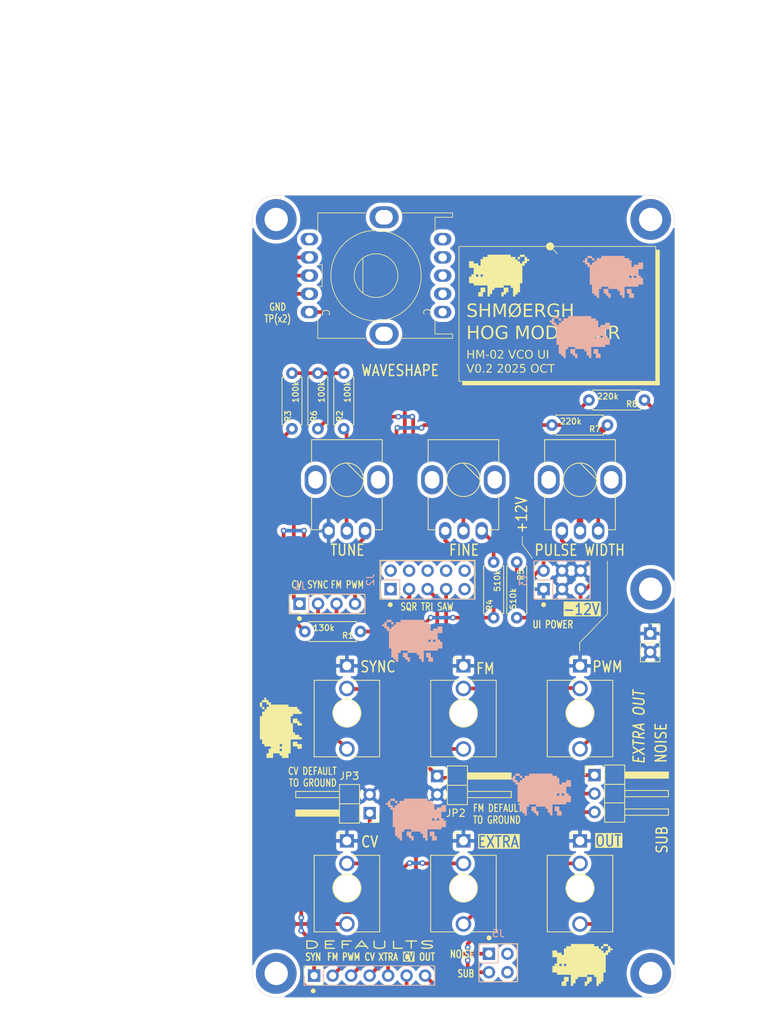
<source format=kicad_pcb>
(kicad_pcb (version 20241229) (generator "pcbnew") (generator_version "9.0")
  (layers (0 "F.Cu" signal) (2 "B.Cu" signal) (13 "F.Paste" user) (15 "B.Paste" user) (5 "F.SilkS" user "F.Silkscreen") (7 "B.SilkS" user "B.Silkscreen") (1 "F.Mask" user) (3 "B.Mask" user) (25 "Edge.Cuts" user))
  (net 0 "")
  (net 1 "HARD_SYNC")
  (net 2 "FM")
  (net 3 "CV")
  (net 4 "SQR_SHAPE")
  (net 7 "TRI")
  (net 9 "SAW")
  (net 11 "SQR")
  (net 12 "+12V")
  (net 13 "GND")
  (net 14 "-12V")
  (net 15 "NOISE")
  (net 16 "SUB")
  (net 17 "Net-(JP1-C)")
  (net 18 "CV_INPUT")
  (net 19 "EXTRA_DEFAULT")
  (net 20 "OUT_DEFAULT")
  (net 21 "Net-(J_OUT1-PadT)")
  (net 22 "Net-(J_PWM1-PadT)")
  (net 23 "Net-(R1-Pad2)")
  (net 24 "Net-(R2-Pad1)")
  (net 25 "Net-(R4-Pad2)")
  (net 26 "Net-(R5-Pad1)")
  (net 27 "Net-(R6-Pad1)")
  (net 28 "Net-(R7-Pad1)")
  (net 35 "FM_DEFAULT")
  (net 36 "SYNC_DEFAULT")
  (net 37 "PWM_DEFAULT")
  (net 38 "CV_DEFAULT")
  (footprint "Shmoergh_Custom_Footprints:SR1712-0203" (layer "F.Cu") (at 141 55 -90)
    (property "Reference" "U1")
    (property "Value" "0203")
    (fp_text user "C" (at 4.5 7.5 270) (layer "F.SilkS") (effects (font (thickness 0.1)) (justify left bottom)))
    (fp_text user "C" (at 4.4 -6.4 270) (layer "F.SilkS") (effects (font (thickness 0.1)) (justify left bottom)))
    (pad "" thru_hole oval (at -8 -1.1 90) (size 3 4) (drill oval 2 2.4) (layers "*.Cu" "*.Mask"))
    (pad "" thru_hole oval (at 8 -1.1 90) (size 3 4) (drill oval 2 2.4) (layers "*.Cu" "*.Mask"))
    (pad "1" thru_hole oval (at 5 9.15 90) (size 1.7 2.4) (drill 1.15) (layers "*.Cu" "*.Mask") (net 21 "Net-(J_OUT1-PadT)"))
    (pad "2" thru_hole oval (at 2.5 9.15 90) (size 1.7 2.4) (drill 1.15) (layers "*.Cu" "*.Mask") (net 7 "TRI"))
    (pad "3" thru_hole oval (at 0 9.15 90) (size 1.7 2.4) (drill 1.15) (layers "*.Cu" "*.Mask") (net 9 "SAW"))
    (pad "4" thru_hole oval (at -2.5 9.15 90) (size 1.7 2.4) (drill 1.15) (layers "*.Cu" "*.Mask") (net 11 "SQR"))
    (pad "5" thru_hole oval (at -5 9.15 90) (size 1.7 2.4) (drill 1.15) (layers "*.Cu" "*.Mask"))
    (pad "6" thru_hole oval (at -5 -9.15 90) (size 1.7 2.4) (drill 1.15) (layers "*.Cu" "*.Mask"))
    (pad "7" thru_hole oval (at -2.5 -9.15 90) (size 1.7 2.4) (drill 1.15) (layers "*.Cu" "*.Mask"))
    (pad "8" thru_hole oval (at 0 -9.15 90) (size 1.7 2.4) (drill 1.15) (layers "*.Cu" "*.Mask"))
    (pad "9" thru_hole oval (at 2.5 -9.15 90) (size 1.7 2.4) (drill 1.15) (layers "*.Cu" "*.Mask"))
    (pad "10" thru_hole oval (at 5 -9.15 90) (size 1.7 2.4) (drill 1.15) (layers "*.Cu" "*.Mask"))
  )
  (footprint "Connector_PinHeader_2.54mm:PinHeader_1x02_P2.54mm_Horizontal" (layer "F.Cu") (at 140.129 128.709 180)
    (property "Reference" "JP3" (at 2.794 5.08 0) (layer "F.SilkS"))
    (property "Value" "Jumper_2_Open")
    (pad "1" thru_hole rect (at 0 0 180) (size 1.7 1.7) (drill 1) (layers "*.Cu" "*.Mask") (net 38 "CV_DEFAULT"))
    (pad "2" thru_hole circle (at 0 2.54 180) (size 1.7 1.7) (drill 1) (layers "*.Cu" "*.Mask") (net 13 "GND"))
  )
  (footprint "Shmoergh_Custom_Footprints:Jack_3.5mm_QingPu_WQP-PJ398SM_Vertical_CircularHoles" (layer "F.Cu") (at 153 115)
    (property "Reference" "J_FM1")
    (property "Value" "PJ398SM")
    (pad "" np_thru_hole circle (at 0 0) (size 3.4 3.4) (drill 3.4) (layers "*.Cu" "*.Mask"))
    (pad "S" thru_hole rect (at 0 -6.48 180) (size 1.93 1.83) (drill 1.22) (layers "*.Cu" "*.Mask") (net 13 "GND"))
    (pad "T" thru_hole circle (at 0 4.92 180) (size 2.13 2.13) (drill 1.43) (layers "*.Cu" "*.Mask") (net 2 "FM"))
    (pad "TN" thru_hole circle (at 0 -3.38 180) (size 2.13 2.13) (drill 1.42) (layers "*.Cu" "*.Mask") (net 35 "FM_DEFAULT"))
  )
  (footprint "Connector_PinHeader_2.54mm:PinHeader_1x02_P2.54mm_Horizontal" (layer "F.Cu") (at 149.4 123.629)
    (property "Reference" "JP2" (at 2.54 5.08 0) (layer "F.SilkS"))
    (property "Value" "Jumper_2_Open")
    (pad "1" thru_hole rect (at 0 0) (size 1.7 1.7) (drill 1) (layers "*.Cu" "*.Mask") (net 35 "FM_DEFAULT"))
    (pad "2" thru_hole circle (at 0 2.54) (size 1.7 1.7) (drill 1) (layers "*.Cu" "*.Mask") (net 13 "GND"))
  )
  (footprint "Connector_PinSocket_2.54mm:PinSocket_1x02_P2.54mm_Vertical" (layer "F.Cu") (at 178.635 104.091)
    (property "Reference" "J4")
    (property "Value" "Conn_01x02")
    (pad "1" thru_hole rect (at 0 0) (size 1.7 1.7) (drill 1) (layers "*.Cu" "*.Mask") (net 13 "GND"))
    (pad "2" thru_hole circle (at 0 2.54) (size 1.7 1.7) (drill 1) (layers "*.Cu" "*.Mask") (net 13 "GND"))
  )
  (footprint "Shmoergh_Custom_Footprints:Jack_3.5mm_QingPu_WQP-PJ398SM_Vertical_CircularHoles" (layer "F.Cu") (at 153 139)
    (property "Reference" "J_EXTRA_OUT1")
    (property "Value" "PJ398SM")
    (pad "" np_thru_hole circle (at 0 0) (size 3.4 3.4) (drill 3.4) (layers "*.Cu" "*.Mask"))
    (pad "S" thru_hole rect (at 0 -6.48 180) (size 1.93 1.83) (drill 1.22) (layers "*.Cu" "*.Mask") (net 13 "GND"))
    (pad "T" thru_hole circle (at 0 4.92 180) (size 2.13 2.13) (drill 1.43) (layers "*.Cu" "*.Mask") (net 17 "Net-(JP1-C)"))
    (pad "TN" thru_hole circle (at 0 -3.38 180) (size 2.13 2.13) (drill 1.42) (layers "*.Cu" "*.Mask") (net 19 "EXTRA_DEFAULT"))
  )
  (footprint "MountingHole:MountingHole_3.2mm_M3_DIN965_Pad" (layer "F.Cu") (at 178.7 47.3)
    (property "Reference" "H2")
    (property "Value" "MountingHole")
    (pad "1" thru_hole circle (at 0 0) (size 5.6 5.6) (drill 3.2) (layers "*.Cu" "*.Mask"))
  )
  (footprint "Shmoergh_Custom_Footprints:Jack_3.5mm_QingPu_WQP-PJ398SM_Vertical_CircularHoles" (layer "F.Cu") (at 137 139)
    (property "Reference" "J_CV1")
    (property "Value" "PJ398SM")
    (pad "" np_thru_hole circle (at 0 0) (size 3.4 3.4) (drill 3.4) (layers "*.Cu" "*.Mask"))
    (pad "S" thru_hole rect (at 0 -6.48 180) (size 1.93 1.83) (drill 1.22) (layers "*.Cu" "*.Mask") (net 13 "GND"))
    (pad "T" thru_hole circle (at 0 4.92 180) (size 2.13 2.13) (drill 1.43) (layers "*.Cu" "*.Mask") (net 18 "CV_INPUT"))
    (pad "TN" thru_hole circle (at 0 -3.38 180) (size 2.13 2.13) (drill 1.42) (layers "*.Cu" "*.Mask") (net 38 "CV_DEFAULT"))
  )
  (footprint "MountingHole:MountingHole_3.2mm_M3_DIN965_Pad" (layer "F.Cu") (at 178.7 150.7)
    (property "Reference" "H3")
    (property "Value" "MountingHole")
    (pad "1" thru_hole circle (at 0 0) (size 5.6 5.6) (drill 3.2) (layers "*.Cu" "*.Mask"))
  )
  (footprint "Shmoergh_Custom_Footprints:Jack_3.5mm_QingPu_WQP-PJ398SM_Vertical_CircularHoles" (layer "F.Cu") (at 169 115)
    (property "Reference" "J_PWM1")
    (property "Value" "PJ398SM")
    (pad "" np_thru_hole circle (at 0 0) (size 3.4 3.4) (drill 3.4) (layers "*.Cu" "*.Mask"))
    (pad "S" thru_hole rect (at 0 -6.48 180) (size 1.93 1.83) (drill 1.22) (layers "*.Cu" "*.Mask") (net 13 "GND"))
    (pad "T" thru_hole circle (at 0 4.92 180) (size 2.13 2.13) (drill 1.43) (layers "*.Cu" "*.Mask") (net 22 "Net-(J_PWM1-PadT)"))
    (pad "TN" thru_hole circle (at 0 -3.38 180) (size 2.13 2.13) (drill 1.42) (layers "*.Cu" "*.Mask") (net 37 "PWM_DEFAULT"))
  )
  (footprint "Shmoergh_Custom_Footprints:R_Axial_DIN0207_L6.3mm_D2.5mm_P7.62mm_Horizontal" (layer "F.Cu") (at 136.573 76.004 90)
    (property "Reference" "R2" (at 0.85 -0.55 90) (layer "F.SilkS") (effects (font (size 0.8 0.8)) (justify left)))
    (property "Value" "100k" (at 6.6 0.5 90) (layer "F.SilkS") (effects (font (size 0.8 0.8)) (justify right)))
    (pad "1" thru_hole circle (at 0 0 90) (size 1.6 1.6) (drill 0.8) (layers "*.Cu" "*.Mask") (net 24 "Net-(R2-Pad1)"))
    (pad "2" thru_hole oval (at 7.62 0 90) (size 1.6 1.6) (drill 0.8) (layers "*.Cu" "*.Mask") (net 3 "CV"))
  )
  (footprint "Shmoergh_Logo:Gyeszno" (layer "F.Cu") (at 169.339 149.537)
    (property "Reference" "G***" (hide yes))
    (property "Value" "LOGO" (hide yes))
  )
  (footprint "Shmoergh_Custom_Footprints:Jack_3.5mm_QingPu_WQP-PJ398SM_Vertical_CircularHoles" (layer "F.Cu") (at 169 139)
    (property "Reference" "J_OUT1")
    (property "Value" "PJ398SM")
    (pad "" np_thru_hole circle (at 0 0) (size 3.4 3.4) (drill 3.4) (layers "*.Cu" "*.Mask"))
    (pad "S" thru_hole rect (at 0 -6.48 180) (size 1.93 1.83) (drill 1.22) (layers "*.Cu" "*.Mask") (net 13 "GND"))
    (pad "T" thru_hole circle (at 0 4.92 180) (size 2.13 2.13) (drill 1.43) (layers "*.Cu" "*.Mask") (net 21 "Net-(J_OUT1-PadT)"))
    (pad "TN" thru_hole circle (at 0 -3.38 180) (size 2.13 2.13) (drill 1.42) (layers "*.Cu" "*.Mask") (net 20 "OUT_DEFAULT"))
  )
  (footprint "MountingHole:MountingHole_3.2mm_M3_DIN965_Pad" (layer "F.Cu") (at 127.3 47.3)
    (property "Reference" "H1")
    (property "Value" "MountingHole")
    (pad "1" thru_hole circle (at 0 0) (size 5.6 5.6) (drill 3.2) (layers "*.Cu" "*.Mask"))
  )
  (footprint "MountingHole:MountingHole_3.2mm_M3_DIN965_Pad" (layer "F.Cu") (at 127.3 150.7)
    (property "Reference" "H4")
    (property "Value" "MountingHole")
    (pad "1" thru_hole circle (at 0 0) (size 5.6 5.6) (drill 3.2) (layers "*.Cu" "*.Mask"))
  )
  (footprint "Shmoergh_Custom_Footprints:R_Axial_DIN0207_L6.3mm_D2.5mm_P7.62mm_Horizontal" (layer "F.Cu") (at 160.322 94.292 -90)
    (property "Reference" "R5" (at 0.85 -0.55 90) (layer "F.SilkS") (effects (font (size 0.8 0.8)) (justify right)))
    (property "Value" "510k" (at 6.6 0.5 90) (layer "F.SilkS") (effects (font (size 0.8 0.8)) (justify left)))
    (pad "1" thru_hole circle (at 0 0 270) (size 1.6 1.6) (drill 0.8) (layers "*.Cu" "*.Mask") (net 26 "Net-(R5-Pad1)"))
    (pad "2" thru_hole oval (at 7.62 0 270) (size 1.6 1.6) (drill 0.8) (layers "*.Cu" "*.Mask") (net 14 "-12V"))
  )
  (footprint "Shmoergh_Logo:Gyeszno" (layer "F.Cu") (at 157.894 55)
    (property "Reference" "G***" (hide yes))
    (property "Value" "LOGO" (hide yes))
  )
  (footprint "Shmoergh_Custom_Footprints:Potentiometer_Bourns_Single-PTV09A" (layer "F.Cu") (at 169 83)
    (property "Reference" "RV_PWM1")
    (property "Value" "100k")
    (pad "" thru_hole oval (at -4.3 0 180) (size 3 4) (drill oval 2 2.4) (layers "*.Cu" "*.Mask"))
    (pad "" thru_hole oval (at 4.3 0 180) (size 3 4) (drill oval 2 2.4) (layers "*.Cu" "*.Mask"))
    (pad "1" thru_hole oval (at -2.5 7 180) (size 1.7 2.4) (drill 1.15) (layers "*.Cu" "*.Mask") (net 14 "-12V"))
    (pad "2" thru_hole oval (at 0 7 180) (size 1.7 2.4) (drill 1.15) (layers "*.Cu" "*.Mask") (net 28 "Net-(R7-Pad1)"))
    (pad "3" thru_hole oval (at 2.5 7 180) (size 1.7 2.4) (drill 1.15) (layers "*.Cu" "*.Mask") (net 12 "+12V"))
  )
  (footprint "Shmoergh_Custom_Footprints:R_Axial_DIN0207_L6.3mm_D2.5mm_P7.62mm_Horizontal" (layer "F.Cu") (at 133.017 76.004 90)
    (property "Reference" "R6" (at 0.85 -0.55 90) (layer "F.SilkS") (effects (font (size 0.8 0.8)) (justify left)))
    (property "Value" "100k" (at 6.6 0.5 90) (layer "F.SilkS") (effects (font (size 0.8 0.8)) (justify right)))
    (pad "1" thru_hole circle (at 0 0 90) (size 1.6 1.6) (drill 0.8) (layers "*.Cu" "*.Mask") (net 27 "Net-(R6-Pad1)"))
    (pad "2" thru_hole oval (at 7.62 0 90) (size 1.6 1.6) (drill 0.8) (layers "*.Cu" "*.Mask") (net 3 "CV"))
  )
  (footprint "Shmoergh_Custom_Footprints:Potentiometer_Bourns_Single-PTV09A" (layer "F.Cu") (at 137 83)
    (property "Reference" "RV_TUNE1")
    (property "Value" "100k")
    (pad "" thru_hole oval (at -4.3 0 180) (size 3 4) (drill oval 2 2.4) (layers "*.Cu" "*.Mask"))
    (pad "" thru_hole oval (at 4.3 0 180) (size 3 4) (drill oval 2 2.4) (layers "*.Cu" "*.Mask"))
    (pad "1" thru_hole oval (at -2.5 7 180) (size 1.7 2.4) (drill 1.15) (layers "*.Cu" "*.Mask") (net 13 "GND"))
    (pad "2" thru_hole oval (at 0 7 180) (size 1.7 2.4) (drill 1.15) (layers "*.Cu" "*.Mask") (net 24 "Net-(R2-Pad1)"))
    (pad "3" thru_hole oval (at 2.5 7 180) (size 1.7 2.4) (drill 1.15) (layers "*.Cu" "*.Mask") (net 23 "Net-(R1-Pad2)"))
  )
  (footprint "Shmoergh_Custom_Footprints:R_Axial_DIN0207_L6.3mm_D2.5mm_P7.62mm_Horizontal" (layer "F.Cu") (at 129.461 76.004 90)
    (property "Reference" "R3" (at 0.85 -0.55 90) (layer "F.SilkS") (effects (font (size 0.8 0.8)) (justify left)))
    (property "Value" "100k" (at 6.6 0.5 90) (layer "F.SilkS") (effects (font (size 0.8 0.8)) (justify right)))
    (pad "1" thru_hole circle (at 0 0 90) (size 1.6 1.6) (drill 0.8) (layers "*.Cu" "*.Mask") (net 18 "CV_INPUT"))
    (pad "2" thru_hole oval (at 7.62 0 90) (size 1.6 1.6) (drill 0.8) (layers "*.Cu" "*.Mask") (net 3 "CV"))
  )
  (footprint "Shmoergh_Custom_Footprints:Potentiometer_Bourns_Single-PTV09A" (layer "F.Cu") (at 153 83)
    (property "Reference" "RV_FINE1")
    (property "Value" "100k")
    (pad "" thru_hole oval (at -4.3 0 180) (size 3 4) (drill oval 2 2.4) (layers "*.Cu" "*.Mask"))
    (pad "" thru_hole oval (at 4.3 0 180) (size 3 4) (drill oval 2 2.4) (layers "*.Cu" "*.Mask"))
    (pad "1" thru_hole oval (at -2.5 7 180) (size 1.7 2.4) (drill 1.15) (layers "*.Cu" "*.Mask") (net 26 "Net-(R5-Pad1)"))
    (pad "2" thru_hole oval (at 0 7 180) (size 1.7 2.4) (drill 1.15) (layers "*.Cu" "*.Mask") (net 27 "Net-(R6-Pad1)"))
    (pad "3" thru_hole oval (at 2.5 7 180) (size 1.7 2.4) (drill 1.15) (layers "*.Cu" "*.Mask") (net 25 "Net-(R4-Pad2)"))
  )
  (footprint "Shmoergh_Custom_Footprints:R_Axial_DIN0207_L6.3mm_D2.5mm_P7.62mm_Horizontal" (layer "F.Cu") (at 138.859 103.817 180)
    (property "Reference" "R1" (at 0.85 -0.55 0) (layer "F.SilkS") (effects (font (size 0.8 0.8)) (justify right)))
    (property "Value" "130k" (at 6.6 0.5 0) (layer "F.SilkS") (effects (font (size 0.8 0.8)) (justify left)))
    (pad "1" thru_hole circle (at 0 0 180) (size 1.6 1.6) (drill 0.8) (layers "*.Cu" "*.Mask") (net 12 "+12V"))
    (pad "2" thru_hole oval (at 7.62 0 180) (size 1.6 1.6) (drill 0.8) (layers "*.Cu" "*.Mask") (net 23 "Net-(R1-Pad2)"))
  )
  (footprint "Shmoergh_Custom_Footprints:R_Axial_DIN0207_L6.3mm_D2.5mm_P7.62mm_Horizontal" (layer "F.Cu") (at 172.768 75.496 180)
    (property "Reference" "R7" (at 0.85 -0.55 0) (layer "F.SilkS") (effects (font (size 0.8 0.8)) (justify right)))
    (property "Value" "220k" (at 6.6 0.5 0) (layer "F.SilkS") (effects (font (size 0.8 0.8)) (justify left)))
    (pad "1" thru_hole circle (at 0 0 180) (size 1.6 1.6) (drill 0.8) (layers "*.Cu" "*.Mask") (net 28 "Net-(R7-Pad1)"))
    (pad "2" thru_hole oval (at 7.62 0 180) (size 1.6 1.6) (drill 0.8) (layers "*.Cu" "*.Mask") (net 4 "SQR_SHAPE"))
  )
  (footprint "MountingHole:MountingHole_3.2mm_M3_DIN965_Pad" (layer "F.Cu") (at 178.7 98)
    (property "Reference" "H5")
    (property "Value" "MountingHole")
    (pad "1" thru_hole circle (at 0 0) (size 5.6 5.6) (drill 3.2) (layers "*.Cu" "*.Mask"))
  )
  (footprint "Shmoergh_Custom_Footprints:R_Axial_DIN0207_L6.3mm_D2.5mm_P7.62mm_Horizontal" (layer "F.Cu") (at 157.147 101.912 90)
    (property "Reference" "R4" (at 0.85 -0.55 90) (layer "F.SilkS") (effects (font (size 0.8 0.8)) (justify left)))
    (property "Value" "510k" (at 6.6 0.5 90) (layer "F.SilkS") (effects (font (size 0.8 0.8)) (justify right)))
    (pad "1" thru_hole circle (at 0 0 90) (size 1.6 1.6) (drill 0.8) (layers "*.Cu" "*.Mask") (net 12 "+12V"))
    (pad "2" thru_hole oval (at 7.62 0 90) (size 1.6 1.6) (drill 0.8) (layers "*.Cu" "*.Mask") (net 25 "Net-(R4-Pad2)"))
  )
  (footprint "Shmoergh_Custom_Footprints:Jack_3.5mm_QingPu_WQP-PJ398SM_Vertical_CircularHoles" (layer "F.Cu") (at 137 115)
    (property "Reference" "J_SYNC1")
    (property "Value" "PJ398SM")
    (pad "" np_thru_hole circle (at 0 0) (size 3.4 3.4) (drill 3.4) (layers "*.Cu" "*.Mask"))
    (pad "S" thru_hole rect (at 0 -6.48 180) (size 1.93 1.83) (drill 1.22) (layers "*.Cu" "*.Mask") (net 13 "GND"))
    (pad "T" thru_hole circle (at 0 4.92 180) (size 2.13 2.13) (drill 1.43) (layers "*.Cu" "*.Mask") (net 1 "HARD_SYNC"))
    (pad "TN" thru_hole circle (at 0 -3.38 180) (size 2.13 2.13) (drill 1.42) (layers "*.Cu" "*.Mask") (net 36 "SYNC_DEFAULT"))
  )
  (footprint "Shmoergh_Logo:Gyeszno" (layer "F.Cu") (at 127.937 117.025 90)
    (property "Reference" "G***" (hide yes))
    (property "Value" "LOGO" (hide yes))
  )
  (footprint "Shmoergh_Custom_Footprints:R_Axial_DIN0207_L6.3mm_D2.5mm_P7.62mm_Horizontal" (layer "F.Cu") (at 177.848 72.067 180)
    (property "Reference" "R8" (at 0.85 -0.55 0) (layer "F.SilkS") (effects (font (size 0.8 0.8)) (justify right)))
    (property "Value" "220k" (at 6.6 0.5 0) (layer "F.SilkS") (effects (font (size 0.8 0.8)) (justify left)))
    (pad "1" thru_hole circle (at 0 0 180) (size 1.6 1.6) (drill 0.8) (layers "*.Cu" "*.Mask") (net 22 "Net-(J_PWM1-PadT)"))
    (pad "2" thru_hole oval (at 7.62 0 180) (size 1.6 1.6) (drill 0.8) (layers "*.Cu" "*.Mask") (net 4 "SQR_SHAPE"))
  )
  (footprint "Connector_PinHeader_2.54mm:PinHeader_1x03_P2.54mm_Horizontal" (layer "F.Cu") (at 170.99 123.502)
    (property "Reference" "JP1")
    (property "Value" "Jumper_3_Open")
    (pad "1" thru_hole rect (at 0 0) (size 1.7 1.7) (drill 1) (layers "*.Cu" "*.Mask") (net 15 "NOISE"))
    (pad "2" thru_hole circle (at 0 2.54) (size 1.7 1.7) (drill 1) (layers "*.Cu" "*.Mask") (net 17 "Net-(JP1-C)"))
    (pad "3" thru_hole circle (at 0 5.08) (size 1.7 1.7) (drill 1) (layers "*.Cu" "*.Mask") (net 16 "SUB"))
  )
  (footprint "Shmoergh_Logo:Gyeszno" (layer "B.Cu") (at 146.479 129.598 180)
    (property "Reference" "G***" (hide yes))
    (property "Value" "LOGO" (hide yes))
  )
  (footprint "Connector_PinSocket_2.54mm:PinSocket_1x04_P2.54mm_Vertical" (layer "B.Cu") (at 130.5 100 -90)
    (property "Reference" "J1" (at -2.406 -0.104 0) (layer "B.SilkS") (effects (justify mirror)))
    (property "Value" "Conn_01x04")
    (pad "1" thru_hole rect (at 0 0 270) (size 1.7 1.7) (drill 1) (layers "*.Cu" "*.Mask") (net 3 "CV"))
    (pad "2" thru_hole circle (at 0 -2.54 270) (size 1.7 1.7) (drill 1) (layers "*.Cu" "*.Mask") (net 1 "HARD_SYNC"))
    (pad "3" thru_hole circle (at 0 -5.08 270) (size 1.7 1.7) (drill 1) (layers "*.Cu" "*.Mask") (net 2 "FM"))
    (pad "4" thru_hole circle (at 0 -7.62 270) (size 1.7 1.7) (drill 1) (layers "*.Cu" "*.Mask") (net 4 "SQR_SHAPE"))
  )
  (footprint "Connector_PinSocket_2.54mm:PinSocket_2x03_P2.54mm_Vertical" (layer "B.Cu") (at 164 98 -90)
    (property "Reference" "J3" (at -1.27 2.77 90) (layer "B.SilkS") (effects (justify mirror)))
    (property "Value" "Conn_02x03_Odd_Even")
    (pad "1" thru_hole rect (at 0 0 270) (size 1.7 1.7) (drill 1) (layers "*.Cu" "*.Mask") (net 13 "GND"))
    (pad "2" thru_hole circle (at -2.54 0 270) (size 1.7 1.7) (drill 1) (layers "*.Cu" "*.Mask") (net 12 "+12V"))
    (pad "3" thru_hole circle (at 0 -2.54 270) (size 1.7 1.7) (drill 1) (layers "*.Cu" "*.Mask") (net 13 "GND"))
    (pad "4" thru_hole circle (at -2.54 -2.54 270) (size 1.7 1.7) (drill 1) (layers "*.Cu" "*.Mask") (net 13 "GND"))
    (pad "5" thru_hole circle (at 0 -5.08 270) (size 1.7 1.7) (drill 1) (layers "*.Cu" "*.Mask") (net 14 "-12V"))
    (pad "6" thru_hole circle (at -2.54 -5.08 270) (size 1.7 1.7) (drill 1) (layers "*.Cu" "*.Mask") (net 13 "GND"))
  )
  (footprint "Connector_PinSocket_2.54mm:PinSocket_1x07_P2.54mm_Vertical" (layer "B.Cu") (at 132.5 151 -90)
    (property "Reference" "J6")
    (property "Value" "Conn_01x07")
    (pad "1" thru_hole rect (at 0 0 270) (size 1.7 1.7) (drill 1) (layers "*.Cu" "*.Mask") (net 36 "SYNC_DEFAULT"))
    (pad "2" thru_hole circle (at 0 -2.54 270) (size 1.7 1.7) (drill 1) (layers "*.Cu" "*.Mask") (net 35 "FM_DEFAULT"))
    (pad "3" thru_hole circle (at 0 -5.08 270) (size 1.7 1.7) (drill 1) (layers "*.Cu" "*.Mask") (net 37 "PWM_DEFAULT"))
    (pad "4" thru_hole circle (at 0 -7.62 270) (size 1.7 1.7) (drill 1) (layers "*.Cu" "*.Mask") (net 38 "CV_DEFAULT"))
    (pad "5" thru_hole circle (at 0 -10.16 270) (size 1.7 1.7) (drill 1) (layers "*.Cu" "*.Mask") (net 19 "EXTRA_DEFAULT"))
    (pad "6" thru_hole circle (at 0 -12.7 270) (size 1.7 1.7) (drill 1) (layers "*.Cu" "*.Mask") (net 18 "CV_INPUT"))
    (pad "7" thru_hole circle (at 0 -15.24 270) (size 1.7 1.7) (drill 1) (layers "*.Cu" "*.Mask") (net 20 "OUT_DEFAULT"))
  )
  (footprint "Shmoergh_Logo:Gyeszno" (layer "B.Cu") (at 163.624 126.169 180)
    (property "Reference" "G***" (hide yes))
    (property "Value" "LOGO" (hide yes))
  )
  (footprint "Shmoergh_Logo:Gyeszno" (layer "B.Cu") (at 168.958 63.431 180)
    (property "Reference" "G***" (hide yes))
    (property "Value" "LOGO" (hide yes))
  )
  (footprint "Connector_PinSocket_2.54mm:PinSocket_2x02_P2.54mm_Vertical" (layer "B.Cu") (at 156.5 148 180)
    (property "Reference" "J5" (at -1.27 2.77 0) (layer "B.SilkS") (effects (justify mirror)))
    (property "Value" "Conn_02x02_Counter_Clockwise")
    (pad "1" thru_hole rect (at 0 0 180) (size 1.7 1.7) (drill 1) (layers "*.Cu" "*.Mask") (net 15 "NOISE"))
    (pad "2" thru_hole circle (at -2.54 0 180) (size 1.7 1.7) (drill 1) (layers "*.Cu" "*.Mask"))
    (pad "3" thru_hole circle (at 0 -2.54 180) (size 1.7 1.7) (drill 1) (layers "*.Cu" "*.Mask") (net 16 "SUB"))
    (pad "4" thru_hole circle (at -2.54 -2.54 180) (size 1.7 1.7) (drill 1) (layers "*.Cu" "*.Mask"))
  )
  (footprint "Shmoergh_Logo:Gyeszno" (layer "B.Cu") (at 173.53 55.176 180)
    (property "Reference" "G***" (hide yes))
    (property "Value" "LOGO" (hide yes))
  )
  (footprint "Connector_PinSocket_2.54mm:PinSocket_2x05_P2.54mm_Vertical" (layer "B.Cu") (at 143 98 -90)
    (property "Reference" "J2" (at -1.27 2.77 90) (layer "B.SilkS") (effects (justify mirror)))
    (property "Value" "Conn_02x05_Odd_Even")
    (pad "1" thru_hole rect (at 0 0 270) (size 1.7 1.7) (drill 1) (layers "*.Cu" "*.Mask"))
    (pad "2" thru_hole circle (at -2.54 0 270) (size 1.7 1.7) (drill 1) (layers "*.Cu" "*.Mask"))
    (pad "3" thru_hole circle (at 0 -2.54 270) (size 1.7 1.7) (drill 1) (layers "*.Cu" "*.Mask") (net 11 "SQR"))
    (pad "4" thru_hole circle (at -2.54 -2.54 270) (size 1.7 1.7) (drill 1) (layers "*.Cu" "*.Mask"))
    (pad "5" thru_hole circle (at 0 -5.08 270) (size 1.7 1.7) (drill 1) (layers "*.Cu" "*.Mask") (net 7 "TRI"))
    (pad "6" thru_hole circle (at -2.54 -5.08 270) (size 1.7 1.7) (drill 1) (layers "*.Cu" "*.Mask"))
    (pad "7" thru_hole circle (at 0 -7.62 270) (size 1.7 1.7) (drill 1) (layers "*.Cu" "*.Mask") (net 9 "SAW"))
    (pad "8" thru_hole circle (at -2.54 -7.62 270) (size 1.7 1.7) (drill 1) (layers "*.Cu" "*.Mask"))
    (pad "9" thru_hole circle (at 0 -10.16 270) (size 1.7 1.7) (drill 1) (layers "*.Cu" "*.Mask"))
    (pad "10" thru_hole circle (at -2.54 -10.16 270) (size 1.7 1.7) (drill 1) (layers "*.Cu" "*.Mask"))
  )
  (footprint "Shmoergh_Logo:Gyeszno" (layer "B.Cu") (at 145.971 105.087 180)
    (property "Reference" "G***" (hide yes))
    (property "Value" "LOGO" (hide yes))
  )
  (gr_rect (start 131.112 149.664) (end 149.019 152.331) (stroke (width 0.1)) (fill no) (layer "F.SilkS"))
  (gr_circle (center 142.952981 100.134) (end 143.206981 100.261) (stroke (width 0.1)) (fill yes) (layer "F.SilkS"))
  (gr_line (start 172.768 94.165) (end 172.768 101.404) (stroke (width 0.1)) (layer "F.SilkS"))
  (gr_line (start 172.768 101.404) (end 168.958 105.341) (stroke (width 0.1)) (layer "F.SilkS"))
  (gr_rect (start 162.735 94.165) (end 170.355 99.372) (stroke (width 0.1)) (fill no) (layer "F.SilkS"))
  (gr_rect (start 152.894 69.5) (end 179.894 70) (stroke (width 0.1)) (fill yes) (layer "F.SilkS"))
  (gr_line (start 161.084 90.736) (end 161.084 91.879) (stroke (width 0.1)) (layer "F.SilkS"))
  (gr_line (start 165.894 52) (end 164.894 51) (stroke (width 0.1)) (layer "F.SilkS"))
  (gr_rect (start 129.08 98.737) (end 139.494 101.404) (stroke (width 0.1)) (fill no) (layer "F.SilkS"))
  (gr_line (start 161.084 91.879) (end 162.481 93.784) (stroke (width 0.1)) (layer "F.SilkS"))
  (gr_rect (start 141.526 94.038) (end 154.607 99.372) (stroke (width 0.1)) (fill no) (layer "F.SilkS"))
  (gr_circle (center 132.382 153.093) (end 132.636 153.22) (stroke (width 0.1)) (fill yes) (layer "F.SilkS"))
  (gr_line (start 168.958 105.341) (end 168.958 106.484) (stroke (width 0.1)) (layer "F.SilkS"))
  (gr_rect (start 179.394 51.5) (end 179.894 70) (stroke (width 0.1)) (fill yes) (layer "F.SilkS"))
  (gr_circle (center 164.005 100.134) (end 164.259 100.261) (stroke (width 0.1)) (fill yes) (layer "F.SilkS"))
  (gr_rect (start 152.394 51) (end 179.394 69.5) (stroke (width 0.1)) (fill no) (layer "F.SilkS"))
  (gr_rect (start 155.115 146.616) (end 160.449 151.823) (stroke (width 0.1)) (fill no) (layer "F.SilkS"))
  (gr_circle (center 156.512 145.824019) (end 156.766 145.951019) (stroke (width 0.1)) (fill yes) (layer "F.SilkS"))
  (gr_circle (center 164.894 51) (end 164.894 50.5) (stroke (width 0.1)) (fill yes) (layer "F.SilkS"))
  (gr_circle (center 130.477 102.039) (end 130.731 102.166) (stroke (width 0.1)) (fill yes) (layer "F.SilkS"))
  (gr_line (start 178.7 154) (end 127.3 154) (stroke (width 0.05)) (layer "Edge.Cuts"))
  (gr_arc (start 182 150.7) (mid 181.033452 153.033452) (end 178.7 154) (stroke (width 0.05)) (layer "Edge.Cuts"))
  (gr_line (start 182 47.3) (end 182 150.7) (stroke (width 0.05)) (layer "Edge.Cuts"))
  (gr_line (start 127.3 44) (end 178.7 44) (stroke (width 0.05)) (layer "Edge.Cuts"))
  (gr_line (start 124 150.7) (end 124 47.3) (stroke (width 0.05)) (layer "Edge.Cuts"))
  (gr_arc (start 124 47.3) (mid 124.966548 44.966548) (end 127.3 44) (stroke (width 0.05)) (layer "Edge.Cuts"))
  (gr_arc (start 127.3 154) (mid 124.966548 153.033452) (end 124 150.7) (stroke (width 0.05)) (layer "Edge.Cuts"))
  (gr_arc (start 178.7 44) (mid 181.033452 44.966548) (end 182 47.3) (stroke (width 0.05)) (layer "Edge.Cuts"))
  (gr_text "SHMØERGH \nHOG MODULEUR" (at 153.394 64 0) (layer "F.SilkS") (effects (font (size 1.8 1.8) (thickness 0.1)) (justify left bottom)))
  (gr_text "PWM" (at 138.097 97.975 0) (layer "F.SilkS") (effects (font (size 1 0.75) (thickness 0.15) (bold yes)) (justify bottom)))
  (gr_text "PWM" (at 172.768 109.532 0) (layer "F.SilkS") (effects (font (size 1.5 1.25) (thickness 0.2) (bold yes)) (justify bottom)))
  (gr_text "CV" (at 140.129 133.535 0) (layer "F.SilkS") (effects (font (size 1.5 1.25) (thickness 0.2) (bold yes)) (justify bottom)))
  (gr_text "DEFAULTS" (at 140.0655 147.378 0) (layer "F.SilkS") (effects (font (size 1 2.55) (thickness 0.17) (bold yes)) (justify bottom)))
  (gr_text "SUB" (at 153.337 151.315 0) (layer "F.SilkS") (effects (font (size 1 0.75) (thickness 0.17) (bold yes)) (justify bottom)))
  (gr_text "FM" (at 156.004 109.786 0) (layer "F.SilkS") (effects (font (size 1.5 1.25) (thickness 0.2) (bold yes)) (justify bottom)))
  (gr_text "PWM" (at 137.589 149.029 0) (layer "F.SilkS") (effects (font (size 1 0.75) (thickness 0.17) (bold yes)) (justify bottom)))
  (gr_text "CV" (at 140.129 149.029 0) (layer "F.SilkS") (effects (font (size 1 0.75) (thickness 0.17) (bold yes)) (justify bottom)))
  (gr_text "CV DEFAULT\nTO GROUND" (at 135.684 125.153 0) (layer "F.SilkS") (effects (font (size 1 0.75) (thickness 0.15) (bold yes)) (justify right bottom)))
  (gr_text "FINE" (at 153.083 93.53 0) (layer "F.SilkS") (effects (font (size 1.5 1.25) (thickness 0.2) (bold yes)) (justify bottom)))
  (gr_text "OUT" (at 148.003 149.029 0) (layer "F.SilkS") (effects (font (size 1 0.75) (thickness 0.17) (bold yes)) (justify bottom)))
  (gr_text "SUB" (at 181.14 130.36 90) (layer "F.SilkS") (effects (font (size 1.5 1.25) (thickness 0.2) (bold yes)) (justify right bottom)))
  (gr_text "PULSE WIDTH" (at 168.958 93.53 0) (layer "F.SilkS") (effects (font (size 1.5 1.25) (thickness 0.2) (bold yes)) (justify bottom)))
  (gr_text "FM" (at 135.049 149.029 0) (layer "F.SilkS") (effects (font (size 1 0.75) (thickness 0.17) (bold yes)) (justify bottom)))
  (gr_text "SQR" (at 145.5 101 0) (layer "F.SilkS") (effects (font (size 1 0.75) (thickness 0.15) (bold yes)) (justify bottom)))
  (gr_text "XTRA" (at 142.669 149.029 0) (layer "F.SilkS") (effects (font (size 1 0.75) (thickness 0.17) (bold yes)) (justify bottom)))
  (gr_text "NOISE" (at 181 121.978 90) (layer "F.SilkS") (effects (font (size 1.5 1.25) (thickness 0.2) (bold yes)) (justify left bottom)))
  (gr_text "UI POWER" (at 165.275 103.436 0) (layer "F.SilkS") (effects (font (size 1 0.75) (thickness 0.17) (bold yes)) (justify bottom)))
  (gr_text "TUNE" (at 137.081 93.53 0) (layer "F.SilkS") (effects (font (size 1.5 1.25) (thickness 0.2) (bold yes)) (justify bottom)))
  (gr_text "EXTRA OUT" (at 177.975 122.105 90) (layer "F.SilkS") (effects (font (size 1.5 1.25) (thickness 0.2) (bold yes) (italic yes)) (justify left bottom)))
  (gr_text "+12V" (at 161.846 87.815 90) (layer "F.SilkS") (effects (font (size 1.5 1.25) (thickness 0.2) (bold yes)) (justify bottom)))
  (gr_text "WAVESHAPE" (at 144.32 68.892 0) (layer "F.SilkS") (effects (font (size 1.5 1.25) (thickness 0.2) (bold yes)) (justify bottom)))
  (gr_text "OUT" (at 172.895 133.408 0) (layer "F.SilkS" knockout) (effects (font (size 1.5 1.25) (thickness 0.2) (bold yes)) (justify bottom)))
  (gr_text "SAW" (at 150.5 101 0) (layer "F.SilkS") (effects (font (size 1 0.75) (thickness 0.15) (bold yes)) (justify bottom)))
  (gr_text "EXTRA" (at 157.782 133.535 0) (layer "F.SilkS" knockout) (effects (font (size 1.5 1.25) (thickness 0.2) (bold yes)) (justify bottom)))
  (gr_text "SYNC" (at 141.272 109.532 0) (layer "F.SilkS") (effects (font (size 1.5 1.25) (thickness 0.2) (bold yes)) (justify bottom)))
  (gr_text "SYN" (at 132.382 149.029 0) (layer "F.SilkS") (effects (font (size 1 0.75) (thickness 0.17) (bold yes)) (justify bottom)))
  (gr_text "FM" (at 135.557 97.975 0) (layer "F.SilkS") (effects (font (size 1 0.75) (thickness 0.15) (bold yes)) (justify bottom)))
  (gr_text "CV" (at 145.463 149.029 0) (layer "F.SilkS" knockout) (effects (font (size 1 0.75) (thickness 0.17) (bold yes)) (justify bottom)))
  (gr_text "NOISE" (at 152.829 148.648 0) (layer "F.SilkS") (effects (font (size 1 0.75) (thickness 0.17) (bold yes)) (justify bottom)))
  (gr_text "SYNC" (at 133.017 97.975 0) (layer "F.SilkS") (effects (font (size 1 0.75) (thickness 0.15) (bold yes)) (justify bottom)))
  (gr_text "GND\nTP(x2)" (at 127.5 61.5 0) (layer "F.SilkS") (effects (font (size 1 0.75) (thickness 0.15) (bold yes)) (justify bottom)))
  (gr_text "-12V" (at 169.212 101.658 0) (layer "F.SilkS" knockout) (effects (font (size 1.5 1.25) (thickness 0.2) (bold yes)) (justify bottom)))
  (gr_text "FM DEFAULT\nTO GROUND" (at 154.226 130.233 0) (layer "F.SilkS") (effects (font (size 1 0.75) (thickness 0.15) (bold yes)) (justify left bottom)))
  (gr_text "TRI" (at 148 101 0) (layer "F.SilkS") (effects (font (size 1 0.75) (thickness 0.15) (bold yes)) (justify bottom)))
  (gr_text "HM-02 VCO UI \nV0.2 2025 OCT" (at 153.394 68.5 0) (layer "F.SilkS") (effects (font (size 1.15 1.15) (thickness 0.1)) (justify left bottom)))
  (gr_text "CV" (at 130.096 97.975 0) (layer "F.SilkS") (effects (font (size 1 0.75) (thickness 0.15) (bold yes)) (justify bottom)))
  (segment (start 133.04 115.96) (end 133.04 100) (width 0.508) (layer "F.Cu") (net 1))
  (segment (start 137 119.92) (end 133.04 115.96) (width 0.508) (layer "F.Cu") (net 1))
  (segment (start 148.358 119.92) (end 153 119.92) (width 0.508) (layer "F.Cu") (net 2))
  (segment (start 135.557 105.595) (end 136.192 106.23) (width 0.508) (layer "F.Cu") (net 2))
  (segment (start 146.606 107.881) (end 146.606 118.168) (width 0.508) (layer "F.Cu") (net 2))
  (segment (start 136.192 106.23) (end 144.955 106.23) (width 0.508) (layer "F.Cu") (net 2))
  (segment (start 135.557 104.117) (end 135.557 105.595) (width 0.508) (layer "F.Cu") (net 2))
  (segment (start 146.606 118.168) (end 148.358 119.92) (width 0.508) (layer "F.Cu") (net 2))
  (segment (start 135.58 104.094) (end 135.557 104.117) (width 0.508) (layer "F.Cu") (net 2))
  (segment (start 135.58 100) (end 135.58 104.094) (width 0.508) (layer "F.Cu") (net 2))
  (segment (start 144.955 106.23) (end 146.606 107.881) (width 0.508) (layer "F.Cu") (net 2))
  (segment (start 131.366 77.401) (end 131.366 68.384) (width 0.508) (layer "F.Cu") (net 3))
  (segment (start 131.366 78.29) (end 131.366 77.401) (width 0.508) (layer "F.Cu") (net 3))
  (segment (start 136.573 68.384) (end 133.017 68.384) (width 0.508) (layer "F.Cu") (net 3))
  (segment (start 129.715 99.215) (end 129.715 79.941) (width 0.508) (layer "F.Cu") (net 3))
  (segment (start 129.715 79.941) (end 131.366 78.29) (width 0.508) (layer "F.Cu") (net 3))
  (segment (start 130.5 100) (end 129.715 99.215) (width 0.508) (layer "F.Cu") (net 3))
  (segment (start 133.017 68.384) (end 131.366 68.384) (width 0.508) (layer "F.Cu") (net 3))
  (segment (start 131.366 68.384) (end 129.461 68.384) (width 0.508) (layer "F.Cu") (net 3))
  (segment (start 143.812 91.371) (end 143.05 92.133) (width 0.508) (layer "F.Cu") (net 4))
  (segment (start 147.241 75.877) (end 147.622 75.496) (width 0.508) (layer "F.Cu") (net 4))
  (segment (start 143.939 75.877) (end 143.812 76.004) (width 0.508) (layer "F.Cu") (net 4))
  (segment (start 166.799 75.496) (end 170.228 72.067) (width 0.508) (layer "F.Cu") (net 4))
  (segment (start 165.148 75.496) (end 166.799 75.496) (width 0.508) (layer "F.Cu") (net 4))
  (segment (start 143.05 92.133) (end 140.383 92.133) (width 0.508) (layer "F.Cu") (net 4))
  (segment (start 140.383 92.133) (end 138.12 94.396) (width 0.508) (layer "F.Cu") (net 4))
  (segment (start 138.12 94.396) (end 138.12 100) (width 0.508) (layer "F.Cu") (net 4))
  (segment (start 147.622 75.496) (end 165.148 75.496) (width 0.508) (layer "F.Cu") (net 4))
  (segment (start 143.812 76.004) (end 143.812 91.371) (width 0.508) (layer "F.Cu") (net 4))
  (via (at 147.241 75.877) (size 0.8) (drill 0.4) (layers "F.Cu" "B.Cu") (net 4))
  (via (at 143.939 75.877) (size 0.8) (drill 0.4) (layers "F.Cu" "B.Cu") (net 4))
  (segment (start 147.241 75.877) (end 143.939 75.877) (width 0.508) (layer "B.Cu") (net 4))
  (segment (start 168.45 105.976) (end 173.022 101.404) (width 0.508) (layer "F.Cu") (net 7))
  (segment (start 128.483 57.5) (end 131.85 57.5) (width 0.508) (layer "F.Cu") (net 7))
  (segment (start 149.4 99.36) (end 149.4 103.817) (width 0.508) (layer "F.Cu") (net 7))
  (segment (start 151.559 105.976) (end 168.45 105.976) (width 0.508) (layer "F.Cu") (net 7))
  (segment (start 139.367 63.812) (end 128.826 63.812) (width 0.508) (layer "F.Cu") (net 7))
  (segment (start 178.102 74.734) (end 171.244 67.876) (width 0.508) (layer "F.Cu") (net 7))
  (segment (start 127.556 58.351) (end 128.445 57.462) (width 0.508) (layer "F.Cu") (net 7))
  (segment (start 178.102 89.212) (end 178.102 74.734) (width 0.508) (layer "F.Cu") (net 7))
  (segment (start 171.244 67.876) (end 143.431 67.876) (width 0.508) (layer "F.Cu") (net 7))
  (segment (start 127.556 62.542) (end 127.556 58.351) (width 0.508) (layer "F.Cu") (net 7))
  (segment (start 128.826 63.812) (end 127.556 62.542) (width 0.508) (layer "F.Cu") (net 7))
  (segment (start 128.445 57.462) (end 128.483 57.5) (width 0.508) (layer "F.Cu") (net 7))
  (segment (start 149.4 103.817) (end 151.559 105.976) (width 0.508) (layer "F.Cu") (net 7))
  (segment (start 173.022 94.292) (end 178.102 89.212) (width 0.508) (layer "F.Cu") (net 7))
  (segment (start 173.022 101.404) (end 173.022 94.292) (width 0.508) (layer "F.Cu") (net 7))
  (segment (start 148.08 98.04) (end 149.4 99.36) (width 0.508) (layer "F.Cu") (net 7))
  (segment (start 143.431 67.876) (end 139.367 63.812) (width 0.508) (layer "F.Cu") (net 7))
  (segment (start 176.832 88.958) (end 176.832 74.861) (width 0.508) (layer "F.Cu") (net 9))
  (segment (start 143.05 69.273) (end 139.113 65.336) (width 0.508) (layer "F.Cu") (net 9))
  (segment (start 171.244 69.273) (end 143.05 69.273) (width 0.508) (layer "F.Cu") (net 9))
  (segment (start 126.286 56.192) (end 127.478 55) (width 0.508) (layer "F.Cu") (net 9))
  (segment (start 150.62 103.386) (end 152.194 104.96) (width 0.508) (layer "F.Cu") (net 9))
  (segment (start 126.286 64.066) (end 126.286 56.192) (width 0.508) (layer "F.Cu") (net 9))
  (segment (start 172.133 93.657) (end 176.832 88.958) (width 0.508) (layer "F.Cu") (net 9))
  (segment (start 139.113 65.336) (end 127.556 65.336) (width 0.508) (layer "F.Cu") (net 9))
  (segment (start 176.832 74.861) (end 171.244 69.273) (width 0.508) (layer "F.Cu") (net 9))
  (segment (start 172.133 100.642) (end 172.133 93.657) (width 0.508) (layer "F.Cu") (net 9))
  (segment (start 127.478 55) (end 131.85 55) (width 0.508) (layer "F.Cu") (net 9))
  (segment (start 127.556 65.336) (end 126.286 64.066) (width 0.508) (layer "F.Cu") (net 9))
  (segment (start 150.62 98.04) (end 150.62 103.386) (width 0.508) (layer "F.Cu") (net 9))
  (segment (start 167.815 104.96) (end 172.133 100.642) (width 0.508) (layer "F.Cu") (net 9))
  (segment (start 152.194 104.96) (end 167.815 104.96) (width 0.508) (layer "F.Cu") (net 9))
  (segment (start 145.59 98.09) (end 145.59 99.118) (width 0.508) (layer "F.Cu") (net 11))
  (segment (start 140.256 99.118) (end 140.256 93.657) (width 0.508) (layer "F.Cu") (net 11))
  (segment (start 140.256 93.657) (end 140.891 93.022) (width 0.508) (layer "F.Cu") (net 11))
  (segment (start 141.399 100.261) (end 140.256 99.118) (width 0.508) (layer "F.Cu") (net 11))
  (segment (start 144.955 72.956) (end 138.605 66.606) (width 0.508) (layer "F.Cu") (net 11))
  (segment (start 140.891 93.022) (end 143.558 93.022) (width 0.508) (layer "F.Cu") (net 11))
  (segment (start 125.016 53.906) (end 126.422 52.5) (width 0.508) (layer "F.Cu") (net 11))
  (segment (start 143.558 93.022) (end 144.955 91.625) (width 0.508) (layer "F.Cu") (net 11))
  (segment (start 144.447 100.261) (end 141.399 100.261) (width 0.508) (layer "F.Cu") (net 11))
  (segment (start 125.016 64.701) (end 125.016 53.906) (width 0.508) (layer "F.Cu") (net 11))
  (segment (start 144.955 91.625) (end 144.955 72.956) (width 0.508) (layer "F.Cu") (net 11))
  (segment (start 126.921 66.606) (end 125.016 64.701) (width 0.508) (layer "F.Cu") (net 11))
  (segment (start 126.422 52.5) (end 131.85 52.5) (width 0.508) (layer "F.Cu") (net 11))
  (segment (start 138.605 66.606) (end 126.921 66.606) (width 0.508) (layer "F.Cu") (net 11))
  (segment (start 145.54 98.04) (end 145.59 98.09) (width 0.508) (layer "F.Cu") (net 11))
  (segment (start 145.59 99.118) (end 144.447 100.261) (width 0.508) (layer "F.Cu") (net 11))
  (segment (start 173.657 73.21) (end 171.752 73.21) (width 0.508) (layer "F.Cu") (net 12))
  (segment (start 146.606 103.817) (end 138.859 103.817) (width 0.508) (layer "F.Cu") (net 12))
  (segment (start 157.147 100.134) (end 157.147 101.912) (width 0.508) (layer "F.Cu") (net 12))
  (segment (start 170.355 80.576) (end 174.927 76.004) (width 0.508) (layer "F.Cu") (net 12))
  (segment (start 159.687 99.118) (end 158.163 99.118) (width 0.508) (layer "F.Cu") (net 12))
  (segment (start 174.927 74.48) (end 173.657 73.21) (width 0.508) (layer "F.Cu") (net 12))
  (segment (start 163.345 95.46) (end 159.687 99.118) (width 0.508) (layer "F.Cu") (net 12))
  (segment (start 167.307 86.418) (end 166.164 87.561) (width 0.508) (layer "F.Cu") (net 12))
  (segment (start 167.307 77.655) (end 167.307 86.418) (width 0.508) (layer "F.Cu") (net 12))
  (segment (start 164 95.46) (end 163.345 95.46) (width 0.508) (layer "F.Cu") (net 12))
  (segment (start 170.355 84.64) (end 170.355 80.576) (width 0.508) (layer "F.Cu") (net 12))
  (segment (start 174.927 76.004) (end 174.927 74.48) (width 0.508) (layer "F.Cu") (net 12))
  (segment (start 166.164 87.561) (end 164.894 87.561) (width 0.508) (layer "F.Cu") (net 12))
  (segment (start 164.894 87.561) (end 164.005 88.45) (width 0.508) (layer "F.Cu") (net 12))
  (segment (start 164.005 88.45) (end 164.005 95.455) (width 0.508) (layer "F.Cu") (net 12))
  (segment (start 151.559 101.912) (end 157.147 101.912) (width 0.508) (layer "F.Cu") (net 12))
  (segment (start 171.5 90) (end 171.5 85.785) (width 0.508) (layer "F.Cu") (net 12))
  (segment (start 171.5 85.785) (end 170.355 84.64) (width 0.508) (layer "F.Cu") (net 12))
  (segment (start 158.163 99.118) (end 157.147 100.134) (width 0.508) (layer "F.Cu") (net 12))
  (segment (start 171.752 73.21) (end 167.307 77.655) (width 0.508) (layer "F.Cu") (net 12))
  (segment (start 148.511 101.912) (end 146.606 103.817) (width 0.508) (layer "F.Cu") (net 12))
  (via (at 151.559 101.912) (size 0.8) (drill 0.4) (layers "F.Cu" "B.Cu") (net 12))
  (via (at 148.511 101.912) (size 0.8) (drill 0.4) (layers "F.Cu" "B.Cu") (net 12))
  (segment (start 148.511 101.912) (end 151.559 101.912) (width 0.508) (layer "B.Cu") (net 12))
  (segment (start 160.322 101.912) (end 167.307 101.912) (width 0.508) (layer "F.Cu") (net 14))
  (segment (start 167.307 101.912) (end 169.08 100.139) (width 0.508) (layer "F.Cu") (net 14))
  (segment (start 170.863 96.959) (end 169.822 98) (width 0.508) (layer "F.Cu") (net 14))
  (segment (start 170.228 92.387) (end 170.863 93.022) (width 0.508) (layer "F.Cu") (net 14))
  (segment (start 169.08 100.139) (end 169.08 98) (width 0.508) (layer "F.Cu") (net 14))
  (segment (start 166.5 91.326) (end 167.561 92.387) (width 0.508) (layer "F.Cu") (net 14))
  (segment (start 166.5 90) (end 166.5 91.326) (width 0.508) (layer "F.Cu") (net 14))
  (segment (start 169.822 98) (end 169.08 98) (width 0.508) (layer "F.Cu") (net 14))
  (segment (start 170.863 93.022) (end 170.863 96.959) (width 0.508) (layer "F.Cu") (net 14))
  (segment (start 167.561 92.387) (end 170.228 92.387) (width 0.508) (layer "F.Cu") (net 14))
  (segment (start 148.257 129.471) (end 146.479 131.249) (width 0.508) (layer "F.Cu") (net 15))
  (segment (start 162.862 123.502) (end 156.893 129.471) (width 0.508) (layer "F.Cu") (net 15))
  (segment (start 156.893 129.471) (end 148.257 129.471) (width 0.508) (layer "F.Cu") (net 15))
  (segment (start 146.479 146.108) (end 148.384 148.013) (width 0.508) (layer "F.Cu") (net 15))
  (segment (start 170.99 123.502) (end 162.862 123.502) (width 0.508) (layer "F.Cu") (net 15))
  (segment (start 150.67 148.013) (end 150.683 148) (width 0.508) (layer "F.Cu") (net 15))
  (segment (start 146.479 131.249) (end 146.479 146.108) (width 0.508) (layer "F.Cu") (net 15))
  (segment (start 148.384 148.013) (end 150.67 148.013) (width 0.508) (layer "F.Cu") (net 15))
  (segment (start 150.683 148) (end 156.46 148) (width 0.508) (layer "F.Cu") (net 15))
  (segment (start 161.592 131.63) (end 161.592 142.933) (width 0.508) (layer "F.Cu") (net 16))
  (segment (start 160.322 144.203) (end 158.798 145.727) (width 0.508) (layer "F.Cu") (net 16))
  (segment (start 153.591 148.902) (end 153.591 149.918) (width 0.508) (layer "F.Cu") (net 16))
  (segment (start 164.64 128.582) (end 161.592 131.63) (width 0.508) (layer "F.Cu") (net 16))
  (segment (start 153.591 149.918) (end 154.226 150.553) (width 0.508) (layer "F.Cu") (net 16))
  (segment (start 170.99 128.582) (end 164.64 128.582) (width 0.508) (layer "F.Cu") (net 16))
  (segment (start 154.239 150.54) (end 156.5 150.54) (width 0.508) (layer "F.Cu") (net 16))
  (segment (start 154.48 145.727) (end 153.591 146.616) (width 0.508) (layer "F.Cu") (net 16))
  (segment (start 153.591 146.616) (end 153.591 147.124) (width 0.508) (layer "F.Cu") (net 16))
  (segment (start 154.226 150.553) (end 154.239 150.54) (width 0.508) (layer "F.Cu") (net 16))
  (segment (start 161.592 142.933) (end 160.322 144.203) (width 0.508) (layer "F.Cu") (net 16))
  (segment (start 158.798 145.727) (end 154.48 145.727) (width 0.508) (layer "F.Cu") (net 16))
  (via (at 153.591 148.902) (size 0.8) (drill 0.4) (layers "F.Cu" "B.Cu") (net 16))
  (via (at 153.591 147.124) (size 0.8) (drill 0.4) (layers "F.Cu" "B.Cu") (net 16))
  (segment (start 153.591 147.124) (end 153.591 148.902) (width 0.508) (layer "B.Cu") (net 16))
  (segment (start 163.878 126.042) (end 170.99 126.042) (width 0.508) (layer "F.Cu") (net 17))
  (segment (start 158.036 138.884) (end 158.036 131.884) (width 0.508) (layer "F.Cu") (net 17))
  (segment (start 158.036 131.884) (end 163.878 126.042) (width 0.508) (layer "F.Cu") (net 17))
  (segment (start 153 143.92) (end 158.036 138.884) (width 0.508) (layer "F.Cu") (net 17))
  (segment (start 126.159 141.155) (end 128.924 143.92) (width 0.508) (layer "F.Cu") (net 18))
  (segment (start 130.858 147.505) (end 128.924 145.571) (width 0.508) (layer "F.Cu") (net 18))
  (segment (start 130.858 151.968) (end 130.858 147.505) (width 0.508) (layer "F.Cu") (net 18))
  (segment (start 144.447 153.093) (end 131.983 153.093) (width 0.508) (layer "F.Cu") (net 18))
  (segment (start 131.983 153.093) (end 130.858 151.968) (width 0.508) (layer "F.Cu") (net 18))
  (segment (start 126.159 79.306) (end 126.159 141.155) (width 0.508) (layer "F.Cu") (net 18))
  (segment (start 145.2 152.34) (end 144.447 153.093) (width 0.508) (layer "F.Cu") (net 18))
  (segment (start 128.924 143.92) (end 137 143.92) (width 0.508) (layer "F.Cu") (net 18))
  (segment (start 129.461 76.004) (end 126.159 79.306) (width 0.508) (layer "F.Cu") (net 18))
  (segment (start 145.2 151) (end 145.2 152.34) (width 0.508) (layer "F.Cu") (net 18))
  (segment (start 128.924 145.571) (end 128.924 143.92) (width 0.508) (layer "F.Cu") (net 18))
  (segment (start 142.66 138.37) (end 142.66 151) (width 0.508) (layer "F.Cu") (net 19))
  (segment (start 145.463 135.567) (end 142.66 138.37) (width 0.508) (layer "F.Cu") (net 19))
  (segment (start 147.368 135.567) (end 147.421 135.62) (width 0.508) (layer "F.Cu") (net 19))
  (segment (start 145.625 135.567) (end 145.463 135.567) (width 0.508) (layer "F.Cu") (net 19))
  (segment (start 147.421 135.62) (end 153 135.62) (width 0.508) (layer "F.Cu") (net 19))
  (via (at 145.625 135.567) (size 0.8) (drill 0.4) (layers "F.Cu" "B.Cu") (net 19))
  (via (at 147.368 135.567) (size 0.8) (drill 0.4) (layers "F.Cu" "B.Cu") (net 19))
  (segment (start 145.625 135.567) (end 147.368 135.567) (width 0.508) (layer "B.Cu") (net 19))
  (segment (start 147.74 151) (end 148.944 152.204) (width 0.508) (layer "F.Cu") (net 20))
  (segment (start 166.238 135.62) (end 169 135.62) (width 0.508) (layer "F.Cu") (net 20))
  (segment (start 164.259 137.599) (end 166.238 135.62) (width 0.508) (layer "F.Cu") (net 20))
  (segment (start 164.259 151.061) (end 164.259 137.599) (width 0.508) (layer "F.Cu") (net 20))
  (segment (start 148.944 152.204) (end 163.116 152.204) (width 0.508) (layer "F.Cu") (net 20))
  (segment (start 163.116 152.204) (end 164.259 151.061) (width 0.508) (layer "F.Cu") (net 20))
  (segment (start 180.388 90.228) (end 180.388 72.067) (width 0.508) (layer "F.Cu") (net 21))
  (segment (start 150.67 66.352) (end 144.32 60.002) (width 0.508) (layer "F.Cu") (net 21))
  (segment (start 144.32 60.002) (end 144.322 60) (width 0.508) (layer "F.Cu") (net 21))
  (segment (start 144.322 60) (end 131.85 60) (width 0.508) (layer "F.Cu") (net 21))
  (segment (start 171.527 143.92) (end 174.927 140.52) (width 0.508) (layer "F.Cu") (net 21))
  (segment (start 169 143.92) (end 171.527 143.92) (width 0.508) (layer "F.Cu") (net 21))
  (segment (start 174.673 66.352) (end 150.67 66.352) (width 0.508) (layer "F.Cu") (net 21))
  (segment (start 180.388 72.067) (end 174.673 66.352) (width 0.508) (layer "F.Cu") (net 21))
  (segment (start 174.927 140.52) (end 174.927 95.689) (width 0.508) (layer "F.Cu") (net 21))
  (segment (start 174.927 95.689) (end 180.388 90.228) (width 0.508) (layer "F.Cu") (net 21))
  (segment (start 179.245 73.464) (end 177.848 72.067) (width 0.508) (layer "F.Cu") (net 22))
  (segment (start 173.911 95.054) (end 179.245 89.72) (width 0.508) (layer "F.Cu") (net 22))
  (segment (start 169 119.92) (end 173.911 115.009) (width 0.508) (layer "F.Cu") (net 22))
  (segment (start 173.911 115.009) (end 173.911 95.054) (width 0.508) (layer "F.Cu") (net 22))
  (segment (start 179.245 89.72) (end 179.245 73.464) (width 0.508) (layer "F.Cu") (net 22))
  (segment (start 128.318 100.896) (end 128.318 89.974) (width 0.508) (layer "F.Cu") (net 23))
  (segment (start 139.5 90) (end 139.5 90.857) (width 0.508) (layer "F.Cu") (net 23))
  (segment (start 137.081 93.276) (end 131.874 93.276) (width 0.508) (layer "F.Cu") (net 23))
  (segment (start 131.112 92.514) (end 131.112 89.974) (width 0.508) (layer "F.Cu") (net 23))
  (segment (start 131.874 93.276) (end 131.112 92.514) (width 0.508) (layer "F.Cu") (net 23))
  (segment (start 131.239 103.817) (end 128.318 100.896) (width 0.508) (layer "F.Cu") (net 23))
  (segment (start 139.5 90.857) (end 137.081 93.276) (width 0.508) (layer "F.Cu") (net 23))
  (via (at 131.112 89.974) (size 0.8) (drill 0.4) (layers "F.Cu" "B.Cu") (net 23))
  (via (at 128.318 89.974) (size 0.8) (drill 0.4) (layers "F.Cu" "B.Cu") (net 23))
  (segment (start 128.318 89.974) (end 131.112 89.974) (width 0.508) (layer "B.Cu") (net 23))
  (segment (start 136.954 89.954) (end 136.954 76.385) (width 0.508) (layer "F.Cu") (net 24))
  (segment (start 137 90) (end 136.954 89.954) (width 0.508) (layer "F.Cu") (net 24))
  (segment (start 136.954 76.385) (end 136.573 76.004) (width 0.508) (layer "F.Cu") (net 24))
  (segment (start 157.147 91.647) (end 155.5 90) (width 0.508) (layer "F.Cu") (net 25))
  (segment (start 157.147 94.292) (end 157.147 91.647) (width 0.508) (layer "F.Cu") (net 25))
  (segment (start 155.242 94.165) (end 153.591 92.514) (width 0.508) (layer "F.Cu") (net 26))
  (segment (start 150.5 91.328) (end 150.5 90) (width 0.508) (layer "F.Cu") (net 26))
  (segment (start 155.242 95.943) (end 155.242 94.165) (width 0.508) (layer "F.Cu") (net 26))
  (segment (start 160.322 94.292) (end 160.322 95.816) (width 0.508) (layer "F.Cu") (net 26))
  (segment (start 156.131 96.832) (end 155.242 95.943) (width 0.508) (layer "F.Cu") (net 26))
  (segment (start 160.322 95.816) (end 159.306 96.832) (width 0.508) (layer "F.Cu") (net 26))
  (segment (start 151.686 92.514) (end 150.5 91.328) (width 0.508) (layer "F.Cu") (net 26))
  (segment (start 159.306 96.832) (end 156.131 96.832) (width 0.508) (layer "F.Cu") (net 26))
  (segment (start 153.591 92.514) (end 151.686 92.514) (width 0.508) (layer "F.Cu") (net 26))
  (segment (start 146.098 86.291) (end 147.368 87.561) (width 0.508) (layer "F.Cu") (net 27))
  (segment (start 134.668 74.353) (end 133.017 76.004) (width 0.508) (layer "F.Cu") (net 27))
  (segment (start 144.066 74.353) (end 134.668 74.353) (width 0.508) (layer "F.Cu") (net 27))
  (segment (start 146.098 74.48) (end 146.098 86.291) (width 0.508) (layer "F.Cu") (net 27))
  (segment (start 147.368 87.561) (end 152.448 87.561) (width 0.508) (layer "F.Cu") (net 27))
  (segment (start 145.971 74.353) (end 146.098 74.48) (width 0.508) (layer "F.Cu") (net 27))
  (segment (start 153 88.113) (end 153 90) (width 0.508) (layer "F.Cu") (net 27))
  (segment (start 152.448 87.561) (end 153 88.113) (width 0.508) (layer "F.Cu") (net 27))
  (via (at 145.971 74.353) (size 0.8) (drill 0.4) (layers "F.Cu" "B.Cu") (net 27))
  (via (at 144.066 74.353) (size 0.8) (drill 0.4) (layers "F.Cu" "B.Cu") (net 27))
  (segment (start 145.971 74.353) (end 144.066 74.353) (width 0.508) (layer "B.Cu") (net 27))
  (segment (start 169 90) (end 169 79.264) (width 0.889) (layer "F.Cu") (net 28))
  (segment (start 169 79.264) (end 172.768 75.496) (width 0.889) (layer "F.Cu") (net 28))
  (segment (start 155.044 111.62) (end 153 111.62) (width 0.508) (layer "F.Cu") (net 35))
  (segment (start 132.89 140.774) (end 132.89 129.217) (width 0.508) (layer "F.Cu") (net 35))
  (segment (start 135.04 151) (end 138.986 147.054) (width 0.508) (layer "F.Cu") (net 35))
  (segment (start 138.986 143.06) (end 138.224 142.298) (width 0.508) (layer "F.Cu") (net 35))
  (segment (start 148.003 122.232) (end 149.4 123.629) (width 0.508) (layer "F.Cu") (net 35))
  (segment (start 138.986 147.054) (end 138.986 143.06) (width 0.508) (layer "F.Cu") (net 35))
  (segment (start 156.512 121.47) (end 156.512 113.088) (width 0.508) (layer "F.Cu") (net 35))
  (segment (start 132.89 129.217) (end 139.875 122.232) (width 0.508) (layer "F.Cu") (net 35))
  (segment (start 154.099 123.883) (end 156.512 121.47) (width 0.508) (layer "F.Cu") (net 35))
  (segment (start 149.4 123.629) (end 149.654 123.883) (width 0.508) (layer "F.Cu") (net 35))
  (segment (start 156.512 113.088) (end 155.044 111.62) (width 0.508) (layer "F.Cu") (net 35))
  (segment (start 134.414 142.298) (end 132.89 140.774) (width 0.508) (layer "F.Cu") (net 35))
  (segment (start 138.224 142.298) (end 134.414 142.298) (width 0.508) (layer "F.Cu") (net 35))
  (segment (start 139.875 122.232) (end 148.003 122.232) (width 0.508) (layer "F.Cu") (net 35))
  (segment (start 149.654 123.883) (end 154.099 123.883) (width 0.508) (layer "F.Cu") (net 35))
  (segment (start 130.731 129.852) (end 140.129 120.454) (width 0.508) (layer "F.Cu") (net 36))
  (segment (start 132.5 146.607) (end 130.731 144.838) (width 0.508) (layer "F.Cu") (net 36))
  (segment (start 140.129 112.961) (end 138.859 111.691) (width 0.508) (layer "F.Cu") (net 36))
  (segment (start 140.129 120.454) (end 140.129 112.961) (width 0.508) (layer "F.Cu") (net 36))
  (segment (start 138.859 111.691) (end 137.071 111.691) (width 0.508) (layer "F.Cu") (net 36))
  (segment (start 132.5 151) (end 132.5 146.607) (width 0.508) (layer "F.Cu") (net 36))
  (segment (start 130.731 143.06) (end 130.731 129.852) (width 0.508) (layer "F.Cu") (net 36))
  (segment (start 137.071 111.691) (end 137 111.62) (width 0.508) (layer "F.Cu") (net 36))
  (via (at 130.731 143.06) (size 0.8) (drill 0.4) (layers "F.Cu" "B.Cu") (net 36))
  (via (at 130.731 144.838) (size 0.8) (drill 0.4) (layers "F.Cu" "B.Cu") (net 36))
  (segment (start 130.731 144.838) (end 130.731 143.06) (width 0.508) (layer "B.Cu") (net 36))
  (segment (start 140.002 142.679) (end 138.732 141.409) (width 0.508) (layer "F.Cu") (net 37))
  (segment (start 166.291 111.564) (end 168.944 111.564) (width 0.508) (layer "F.Cu") (net 37))
  (segment (start 142.161 123.756) (end 146.606 128.201) (width 0.508) (layer "F.Cu") (net 37))
  (segment (start 140.002 148.578) (end 140.002 142.679) (width 0.508) (layer "F.Cu") (net 37))
  (segment (start 138.732 141.409) (end 135.049 141.409) (width 0.508) (layer "F.Cu") (net 37))
  (segment (start 146.606 128.201) (end 155.242 128.201) (width 0.508) (layer "F.Cu") (net 37))
  (segment (start 168.944 111.564) (end 169 111.62) (width 0.508) (layer "F.Cu") (net 37))
  (segment (start 137.58 151) (end 140.002 148.578) (width 0.508) (layer "F.Cu") (net 37))
  (segment (start 155.242 128.201) (end 164.259 119.184) (width 0.508) (layer "F.Cu") (net 37))
  (segment (start 164.259 119.184) (end 164.259 113.596) (width 0.508) (layer "F.Cu") (net 37))
  (segment (start 133.779 129.979) (end 133.652 129.852) (width 0.508) (layer "F.Cu") (net 37))
  (segment (start 133.779 140.139) (end 133.779 129.979) (width 0.508) (layer "F.Cu") (net 37))
  (segment (start 164.259 113.596) (end 166.291 111.564) (width 0.508) (layer "F.Cu") (net 37))
  (segment (start 139.748 123.756) (end 142.161 123.756) (width 0.508) (layer "F.Cu") (net 37))
  (segment (start 133.652 129.852) (end 139.748 123.756) (width 0.508) (layer "F.Cu") (net 37))
  (segment (start 135.049 141.409) (end 133.779 140.139) (width 0.508) (layer "F.Cu") (net 37))
  (segment (start 140.129 135.44) (end 139.4305 136.1385) (width 0.508) (layer "F.Cu") (net 38))
  (segment (start 141.018 150.102) (end 141.018 137.726) (width 0.508) (layer "F.Cu") (net 38))
  (segment (start 138.912 135.62) (end 137 135.62) (width 0.508) (layer "F.Cu") (net 38))
  (segment (start 139.4305 136.1385) (end 138.912 135.62) (width 0.508) (layer "F.Cu") (net 38))
  (segment (start 141.018 137.726) (end 139.4305 136.1385) (width 0.508) (layer "F.Cu") (net 38))
  (segment (start 140.12 151) (end 141.018 150.102) (width 0.508) (layer "F.Cu") (net 38))
  (segment (start 140.129 128.709) (end 140.129 135.44) (width 0.508) (layer "F.Cu") (net 38))
  (zone (net 13) (net_name "GND") (layer "B.Cu") (connect_pads (clearance 0.5)) (min_thickness 0.25) (fill yes (thermal_gap 0.5) (thermal_bridge_width 0.5))
    (polygon (pts (xy 124 44) (xy 182 44) (xy 182 154) (xy 124 154)))
  )
)
</source>
